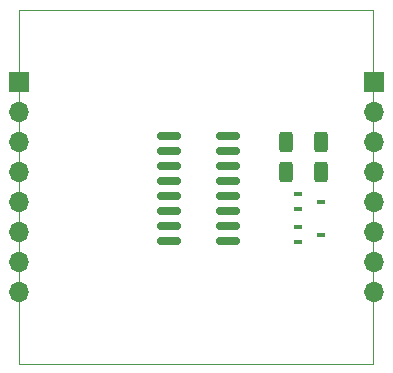
<source format=gbr>
G04 #@! TF.GenerationSoftware,KiCad,Pcbnew,(5.99.0-11522-g728b160719)*
G04 #@! TF.CreationDate,2021-07-25T14:13:55+10:00*
G04 #@! TF.ProjectId,USB-TTL,5553422d-5454-44c2-9e6b-696361645f70,rev?*
G04 #@! TF.SameCoordinates,Original*
G04 #@! TF.FileFunction,Soldermask,Top*
G04 #@! TF.FilePolarity,Negative*
%FSLAX46Y46*%
G04 Gerber Fmt 4.6, Leading zero omitted, Abs format (unit mm)*
G04 Created by KiCad (PCBNEW (5.99.0-11522-g728b160719)) date 2021-07-25 14:13:55*
%MOMM*%
%LPD*%
G01*
G04 APERTURE LIST*
G04 Aperture macros list*
%AMRoundRect*
0 Rectangle with rounded corners*
0 $1 Rounding radius*
0 $2 $3 $4 $5 $6 $7 $8 $9 X,Y pos of 4 corners*
0 Add a 4 corners polygon primitive as box body*
4,1,4,$2,$3,$4,$5,$6,$7,$8,$9,$2,$3,0*
0 Add four circle primitives for the rounded corners*
1,1,$1+$1,$2,$3*
1,1,$1+$1,$4,$5*
1,1,$1+$1,$6,$7*
1,1,$1+$1,$8,$9*
0 Add four rect primitives between the rounded corners*
20,1,$1+$1,$2,$3,$4,$5,0*
20,1,$1+$1,$4,$5,$6,$7,0*
20,1,$1+$1,$6,$7,$8,$9,0*
20,1,$1+$1,$8,$9,$2,$3,0*%
G04 Aperture macros list end*
G04 #@! TA.AperFunction,Profile*
%ADD10C,0.100000*%
G04 #@! TD*
%ADD11R,1.700000X1.700000*%
%ADD12O,1.700000X1.700000*%
%ADD13RoundRect,0.150000X-0.825000X-0.150000X0.825000X-0.150000X0.825000X0.150000X-0.825000X0.150000X0*%
%ADD14RoundRect,0.250000X-0.312500X-0.625000X0.312500X-0.625000X0.312500X0.625000X-0.312500X0.625000X0*%
%ADD15R,0.700000X0.450000*%
G04 APERTURE END LIST*
D10*
X129540000Y-78740000D02*
X159512000Y-78740000D01*
X159512000Y-78740000D02*
X159512000Y-108712000D01*
X159512000Y-108712000D02*
X129540000Y-108712000D01*
X129540000Y-108712000D02*
X129540000Y-78740000D01*
D11*
G04 #@! TO.C,J1*
X129540000Y-84836000D03*
D12*
X129540000Y-87376000D03*
X129540000Y-89916000D03*
X129540000Y-92456000D03*
X129540000Y-94996000D03*
X129540000Y-97536000D03*
X129540000Y-100076000D03*
X129540000Y-102616000D03*
G04 #@! TD*
D13*
G04 #@! TO.C,U1*
X142240000Y-89408000D03*
X142240000Y-90678000D03*
X142240000Y-91948000D03*
X142240000Y-93218000D03*
X142240000Y-94488000D03*
X142240000Y-95758000D03*
X142240000Y-97028000D03*
X142240000Y-98298000D03*
X147190000Y-98298000D03*
X147190000Y-97028000D03*
X147190000Y-95758000D03*
X147190000Y-94488000D03*
X147190000Y-93218000D03*
X147190000Y-91948000D03*
X147190000Y-90678000D03*
X147190000Y-89408000D03*
G04 #@! TD*
D14*
G04 #@! TO.C,R2*
X152146000Y-92456000D03*
X155071000Y-92456000D03*
G04 #@! TD*
G04 #@! TO.C,R1*
X152146000Y-89916000D03*
X155071000Y-89916000D03*
G04 #@! TD*
D15*
G04 #@! TO.C,Q1*
X153116500Y-97140000D03*
X153116500Y-98440000D03*
X155116500Y-97790000D03*
G04 #@! TD*
D11*
G04 #@! TO.C,J2*
X159537000Y-84836000D03*
D12*
X159537000Y-87376000D03*
X159537000Y-89916000D03*
X159537000Y-92456000D03*
X159537000Y-94996000D03*
X159537000Y-97536000D03*
X159537000Y-100076000D03*
X159537000Y-102616000D03*
G04 #@! TD*
D15*
G04 #@! TO.C,Q2*
X153116500Y-94346000D03*
X153116500Y-95646000D03*
X155116500Y-94996000D03*
G04 #@! TD*
M02*

</source>
